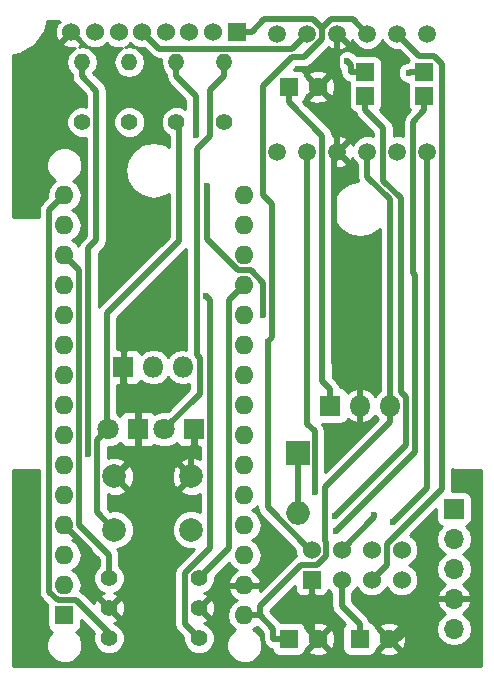
<source format=gbr>
G04 #@! TF.FileFunction,Copper,L1,Top,Signal*
%FSLAX46Y46*%
G04 Gerber Fmt 4.6, Leading zero omitted, Abs format (unit mm)*
G04 Created by KiCad (PCBNEW 4.0.7) date 07/08/18 15:45:41*
%MOMM*%
%LPD*%
G01*
G04 APERTURE LIST*
%ADD10C,0.100000*%
%ADD11R,1.600000X1.600000*%
%ADD12C,1.600000*%
%ADD13O,1.600000X1.600000*%
%ADD14R,2.000000X2.000000*%
%ADD15O,2.000000X2.000000*%
%ADD16R,1.800000X1.800000*%
%ADD17C,1.800000*%
%ADD18C,1.400000*%
%ADD19R,1.700000X1.700000*%
%ADD20O,1.700000X1.700000*%
%ADD21R,1.524000X1.524000*%
%ADD22O,1.400000X1.400000*%
%ADD23C,2.000000*%
%ADD24C,1.524000*%
%ADD25O,1.800000X1.800000*%
%ADD26C,1.500000*%
%ADD27C,0.600000*%
%ADD28C,0.500000*%
%ADD29C,0.254000*%
G04 APERTURE END LIST*
D10*
D11*
X141000000Y-79250000D03*
D12*
X143500000Y-79250000D03*
D11*
X141000000Y-126000000D03*
D12*
X143500000Y-126000000D03*
D11*
X147000000Y-126000000D03*
D12*
X149500000Y-126000000D03*
D11*
X122000000Y-124000000D03*
D13*
X137240000Y-90980000D03*
X122000000Y-121460000D03*
X137240000Y-93520000D03*
X122000000Y-118920000D03*
X137240000Y-96060000D03*
X122000000Y-116380000D03*
X137240000Y-98600000D03*
X122000000Y-113840000D03*
X137240000Y-101140000D03*
X122000000Y-111300000D03*
X137240000Y-103680000D03*
X122000000Y-108760000D03*
X137240000Y-106220000D03*
X122000000Y-106220000D03*
X137240000Y-108760000D03*
X122000000Y-103680000D03*
X137240000Y-111300000D03*
X122000000Y-101140000D03*
X137240000Y-113840000D03*
X122000000Y-98600000D03*
X137240000Y-116380000D03*
X122000000Y-96060000D03*
X137240000Y-118920000D03*
X122000000Y-93520000D03*
X137240000Y-121460000D03*
X122000000Y-90980000D03*
X137240000Y-124000000D03*
X122000000Y-88440000D03*
X137240000Y-88440000D03*
D14*
X141750000Y-110250000D03*
D15*
X141750000Y-115330000D03*
D16*
X133000000Y-108250000D03*
D17*
X130460000Y-108250000D03*
D16*
X128250000Y-108250000D03*
D17*
X125710000Y-108250000D03*
D18*
X125790000Y-125940000D03*
X133410000Y-125940000D03*
X125790000Y-123400000D03*
X133410000Y-123400000D03*
X125790000Y-120860000D03*
X133410000Y-120860000D03*
D19*
X155000000Y-115000000D03*
D20*
X155000000Y-117540000D03*
X155000000Y-120080000D03*
X155000000Y-122620000D03*
X155000000Y-125160000D03*
D21*
X152500000Y-78000000D03*
X152500000Y-80000000D03*
X147500000Y-78000000D03*
X147500000Y-80000000D03*
D18*
X123500000Y-82250000D03*
D22*
X123500000Y-77170000D03*
D18*
X127500000Y-82250000D03*
D22*
X127500000Y-77170000D03*
D18*
X131500000Y-82250000D03*
D22*
X131500000Y-77170000D03*
D18*
X135500000Y-82250000D03*
D22*
X135500000Y-77170000D03*
D23*
X126250000Y-116750000D03*
X126250000Y-112250000D03*
X132750000Y-116750000D03*
X132750000Y-112250000D03*
D21*
X136600000Y-74600000D03*
D24*
X134600000Y-74600000D03*
X132600000Y-74600000D03*
X130600000Y-74600000D03*
X128600000Y-74600000D03*
X126600000Y-74600000D03*
X124600000Y-74600000D03*
X122600000Y-74600000D03*
D16*
X144500000Y-106250000D03*
D25*
X147040000Y-106250000D03*
X149580000Y-106250000D03*
D16*
X127000000Y-103000000D03*
D25*
X129540000Y-103000000D03*
X132080000Y-103000000D03*
D26*
X140050000Y-84750000D03*
X140050000Y-74750000D03*
X142590000Y-84750000D03*
X142590000Y-74750000D03*
X145130000Y-84750000D03*
X145130000Y-74750000D03*
X147670000Y-84750000D03*
X147670000Y-74750000D03*
X150210000Y-84750000D03*
X150210000Y-74750000D03*
X152750000Y-84750000D03*
X152750000Y-74750000D03*
D21*
X142950000Y-121000000D03*
D24*
X142950000Y-118460000D03*
X145490000Y-121000000D03*
X145490000Y-118460000D03*
X148030000Y-121000000D03*
X148030000Y-118460000D03*
X150570000Y-121000000D03*
X150570000Y-118460000D03*
D27*
X139241600Y-100845500D03*
X144901500Y-115628500D03*
X144976300Y-116843600D03*
X149853800Y-116096200D03*
X124028800Y-110375400D03*
X151171400Y-78066600D03*
X143200300Y-113553000D03*
X148240900Y-115534700D03*
X133982100Y-96932800D03*
X133142100Y-83353800D03*
X134048500Y-87698700D03*
X138865500Y-98550500D03*
X145957700Y-77112800D03*
D28*
X141750000Y-115330000D02*
X141750000Y-110250000D01*
X143860000Y-83410000D02*
X141000000Y-80550000D01*
X143860000Y-104210000D02*
X143860000Y-83410000D01*
X144500000Y-104850000D02*
X143860000Y-104210000D01*
X144500000Y-106250000D02*
X144500000Y-104850000D01*
X141000000Y-79250000D02*
X141000000Y-80550000D01*
X133000000Y-108250000D02*
X133000000Y-109650000D01*
X128250000Y-105650000D02*
X127000000Y-104400000D01*
X128250000Y-108250000D02*
X128250000Y-105650000D01*
X127000000Y-103000000D02*
X127000000Y-104400000D01*
X128250000Y-108250000D02*
X128250000Y-109900000D01*
X128250000Y-110250000D02*
X126250000Y-112250000D01*
X128250000Y-109900000D02*
X128250000Y-110250000D01*
X142950000Y-125450000D02*
X143500000Y-126000000D01*
X142950000Y-121000000D02*
X142950000Y-125450000D01*
X145130000Y-80880000D02*
X145130000Y-84750000D01*
X143500000Y-79250000D02*
X145130000Y-80880000D01*
X144837000Y-102647000D02*
X147040000Y-104850000D01*
X144837000Y-85043000D02*
X144837000Y-102647000D01*
X145130000Y-84750000D02*
X144837000Y-85043000D01*
X147040000Y-106250000D02*
X147040000Y-104850000D01*
X124172400Y-121782400D02*
X125790000Y-123400000D01*
X124172400Y-118552400D02*
X124172400Y-121782400D01*
X122000000Y-116380000D02*
X124172400Y-118552400D01*
X132750000Y-109900000D02*
X132750000Y-112250000D01*
X128250000Y-109900000D02*
X132750000Y-109900000D01*
X132750000Y-109900000D02*
X133000000Y-109650000D01*
X145130000Y-77620000D02*
X143500000Y-79250000D01*
X145130000Y-74750000D02*
X145130000Y-77620000D01*
X150270000Y-126000000D02*
X153650000Y-122620000D01*
X149500000Y-126000000D02*
X150270000Y-126000000D01*
X155000000Y-122620000D02*
X153650000Y-122620000D01*
X149580000Y-106250000D02*
X149580000Y-107650000D01*
X137240000Y-124000000D02*
X138540000Y-124000000D01*
X139700000Y-125160000D02*
X139700000Y-126000000D01*
X138540000Y-124000000D02*
X139700000Y-125160000D01*
X141000000Y-126000000D02*
X139700000Y-126000000D01*
X138540000Y-123246000D02*
X138540000Y-124000000D01*
X142014100Y-119771900D02*
X138540000Y-123246000D01*
X143374200Y-119771900D02*
X142014100Y-119771900D01*
X144162400Y-118983700D02*
X143374200Y-119771900D01*
X144162400Y-117818900D02*
X144162400Y-118983700D01*
X144084600Y-117741100D02*
X144162400Y-117818900D01*
X144084600Y-113145400D02*
X144084600Y-117741100D01*
X149580000Y-107650000D02*
X144084600Y-113145400D01*
X149580000Y-88793000D02*
X149580000Y-106250000D01*
X147670000Y-86883000D02*
X149580000Y-88793000D01*
X147670000Y-84750000D02*
X147670000Y-86883000D01*
X145490000Y-123190000D02*
X147000000Y-124700000D01*
X145490000Y-121000000D02*
X145490000Y-123190000D01*
X147000000Y-126000000D02*
X147000000Y-124700000D01*
X136600000Y-74600000D02*
X137862000Y-74600000D01*
X139241600Y-114873700D02*
X139241600Y-100845500D01*
X142827900Y-118460000D02*
X139241600Y-114873700D01*
X142950000Y-118460000D02*
X142827900Y-118460000D01*
X146450000Y-73530000D02*
X147670000Y-74750000D01*
X144618700Y-73530000D02*
X146450000Y-73530000D01*
X143860000Y-74288700D02*
X144618700Y-73530000D01*
X139627700Y-100459400D02*
X139241600Y-100845500D01*
X139627700Y-89187800D02*
X139627700Y-100459400D01*
X138818600Y-88378700D02*
X139627700Y-89187800D01*
X138818600Y-79152100D02*
X138818600Y-88378700D01*
X141250700Y-76720000D02*
X138818600Y-79152100D01*
X142324200Y-76720000D02*
X141250700Y-76720000D01*
X143860000Y-75184200D02*
X142324200Y-76720000D01*
X143860000Y-74288700D02*
X143860000Y-75184200D01*
X143095300Y-73524000D02*
X143860000Y-74288700D01*
X138938000Y-73524000D02*
X143095300Y-73524000D01*
X137862000Y-74600000D02*
X138938000Y-73524000D01*
X147500000Y-80000000D02*
X147500000Y-81262000D01*
X149007500Y-82769500D02*
X147500000Y-81262000D01*
X149007500Y-87229900D02*
X149007500Y-82769500D01*
X150487400Y-88709800D02*
X149007500Y-87229900D01*
X150487400Y-105073000D02*
X150487400Y-88709800D01*
X150959300Y-105544900D02*
X150487400Y-105073000D01*
X150959300Y-109570700D02*
X150959300Y-105544900D01*
X144901500Y-115628500D02*
X150959300Y-109570700D01*
X152500000Y-80000000D02*
X152500000Y-81262000D01*
X151549600Y-82212400D02*
X152500000Y-81262000D01*
X151549600Y-95052200D02*
X151549600Y-82212400D01*
X151659600Y-95162200D02*
X151549600Y-95052200D01*
X151659600Y-110160300D02*
X151659600Y-95162200D01*
X144976300Y-116843600D02*
X151659600Y-110160300D01*
X135950400Y-97349600D02*
X137240000Y-96060000D01*
X135950400Y-118319600D02*
X135950400Y-97349600D01*
X133410000Y-120860000D02*
X135950400Y-118319600D01*
X152750000Y-113200000D02*
X149853800Y-116096200D01*
X152750000Y-84750000D02*
X152750000Y-113200000D01*
X124028800Y-92925300D02*
X124028800Y-110375400D01*
X124709900Y-92244200D02*
X124028800Y-92925300D01*
X124709900Y-79579900D02*
X124709900Y-92244200D01*
X123500000Y-78370000D02*
X124709900Y-79579900D01*
X123500000Y-77170000D02*
X123500000Y-78370000D01*
X152500000Y-78000000D02*
X151238000Y-78000000D01*
X151171400Y-78066600D02*
X151238000Y-78000000D01*
X143200300Y-108440600D02*
X143200300Y-113553000D01*
X142590000Y-107830300D02*
X143200300Y-108440600D01*
X142590000Y-84750000D02*
X142590000Y-107830300D01*
X148240900Y-115709100D02*
X148240900Y-115534700D01*
X145490000Y-118460000D02*
X148240900Y-115709100D01*
X123250500Y-94770500D02*
X122000000Y-93520000D01*
X123250500Y-116357100D02*
X123250500Y-94770500D01*
X125790000Y-118896600D02*
X123250500Y-116357100D01*
X125790000Y-120860000D02*
X125790000Y-118896600D01*
X134353800Y-97304500D02*
X133982100Y-96932800D01*
X134353800Y-118276800D02*
X134353800Y-97304500D01*
X132200000Y-120430600D02*
X134353800Y-118276800D01*
X132200000Y-124730000D02*
X132200000Y-120430600D01*
X133410000Y-125940000D02*
X132200000Y-124730000D01*
X120710400Y-89729600D02*
X122000000Y-88440000D01*
X120710400Y-122000900D02*
X120710400Y-89729600D01*
X121459100Y-122749600D02*
X120710400Y-122000900D01*
X123020100Y-122749600D02*
X121459100Y-122749600D01*
X125790000Y-125519500D02*
X123020100Y-122749600D01*
X125790000Y-125940000D02*
X125790000Y-125519500D01*
X133142100Y-80012100D02*
X133142100Y-83353800D01*
X131500000Y-78370000D02*
X133142100Y-80012100D01*
X131500000Y-77170000D02*
X131500000Y-78370000D01*
X135500000Y-77170000D02*
X135500000Y-78370000D01*
X133460200Y-105249800D02*
X130460000Y-108250000D01*
X133460200Y-102210300D02*
X133460200Y-105249800D01*
X133231800Y-101981900D02*
X133460200Y-102210300D01*
X133231800Y-84518200D02*
X133231800Y-101981900D01*
X134341500Y-83408500D02*
X133231800Y-84518200D01*
X134341500Y-79528500D02*
X134341500Y-83408500D01*
X135500000Y-78370000D02*
X134341500Y-79528500D01*
X134048500Y-92128700D02*
X134048500Y-87698700D01*
X136709800Y-94790000D02*
X134048500Y-92128700D01*
X137804400Y-94790000D02*
X136709800Y-94790000D01*
X138865500Y-95851100D02*
X137804400Y-94790000D01*
X138865500Y-98550500D02*
X138865500Y-95851100D01*
X147500000Y-78000000D02*
X146238000Y-78000000D01*
X146238000Y-77393100D02*
X146238000Y-78000000D01*
X145957700Y-77112800D02*
X146238000Y-77393100D01*
X130019600Y-76019600D02*
X128600000Y-74600000D01*
X141320400Y-76019600D02*
X130019600Y-76019600D01*
X142590000Y-74750000D02*
X141320400Y-76019600D01*
X152076700Y-76616700D02*
X150210000Y-74750000D01*
X153277600Y-76616700D02*
X152076700Y-76616700D01*
X153950400Y-77289500D02*
X153277600Y-76616700D01*
X153950400Y-113306100D02*
X153950400Y-77289500D01*
X149300000Y-117956500D02*
X153950400Y-113306100D01*
X149300000Y-119730000D02*
X149300000Y-117956500D01*
X148030000Y-121000000D02*
X149300000Y-119730000D01*
X131746500Y-82496500D02*
X131500000Y-82250000D01*
X131746500Y-92301100D02*
X131746500Y-82496500D01*
X125600100Y-98447500D02*
X131746500Y-92301100D01*
X125600100Y-108140100D02*
X125600100Y-98447500D01*
X125710000Y-108250000D02*
X125600100Y-108140100D01*
X124779200Y-109180800D02*
X125710000Y-108250000D01*
X124779200Y-115279200D02*
X124779200Y-109180800D01*
X126250000Y-116750000D02*
X124779200Y-115279200D01*
D29*
G36*
X132346800Y-101512088D02*
X132110072Y-101465000D01*
X132049928Y-101465000D01*
X131462509Y-101581845D01*
X130964519Y-101914591D01*
X130810000Y-102145845D01*
X130655481Y-101914591D01*
X130157491Y-101581845D01*
X129570072Y-101465000D01*
X129509928Y-101465000D01*
X128922509Y-101581845D01*
X128491878Y-101869583D01*
X128438327Y-101740301D01*
X128259698Y-101561673D01*
X128026309Y-101465000D01*
X127285750Y-101465000D01*
X127127000Y-101623750D01*
X127127000Y-102873000D01*
X127147000Y-102873000D01*
X127147000Y-103127000D01*
X127127000Y-103127000D01*
X127127000Y-104376250D01*
X127285750Y-104535000D01*
X128026309Y-104535000D01*
X128259698Y-104438327D01*
X128438327Y-104259699D01*
X128491878Y-104130417D01*
X128922509Y-104418155D01*
X129509928Y-104535000D01*
X129570072Y-104535000D01*
X130157491Y-104418155D01*
X130655481Y-104085409D01*
X130810000Y-103854155D01*
X130964519Y-104085409D01*
X131462509Y-104418155D01*
X132049928Y-104535000D01*
X132110072Y-104535000D01*
X132575200Y-104442480D01*
X132575200Y-104883221D01*
X130743174Y-106715247D01*
X130156009Y-106714735D01*
X129630073Y-106932047D01*
X129509698Y-106811673D01*
X129276309Y-106715000D01*
X128535750Y-106715000D01*
X128377000Y-106873750D01*
X128377000Y-108123000D01*
X128397000Y-108123000D01*
X128397000Y-108377000D01*
X128377000Y-108377000D01*
X128377000Y-109626250D01*
X128535750Y-109785000D01*
X129276309Y-109785000D01*
X129509698Y-109688327D01*
X129630423Y-109567603D01*
X130153330Y-109784733D01*
X130763991Y-109785265D01*
X131328371Y-109552068D01*
X131505841Y-109374908D01*
X131561673Y-109509699D01*
X131740302Y-109688327D01*
X131973691Y-109785000D01*
X132714250Y-109785000D01*
X132873000Y-109626250D01*
X132873000Y-108377000D01*
X132853000Y-108377000D01*
X132853000Y-108123000D01*
X132873000Y-108123000D01*
X132873000Y-108103000D01*
X133127000Y-108103000D01*
X133127000Y-108123000D01*
X133147000Y-108123000D01*
X133147000Y-108377000D01*
X133127000Y-108377000D01*
X133127000Y-109626250D01*
X133285750Y-109785000D01*
X133468800Y-109785000D01*
X133468800Y-110772856D01*
X133014539Y-110604092D01*
X132364540Y-110628144D01*
X131875736Y-110830613D01*
X131777073Y-111097468D01*
X132750000Y-112070395D01*
X132764143Y-112056253D01*
X132943748Y-112235858D01*
X132929605Y-112250000D01*
X132943748Y-112264143D01*
X132764143Y-112443748D01*
X132750000Y-112429605D01*
X131777073Y-113402532D01*
X131875736Y-113669387D01*
X132485461Y-113895908D01*
X133135460Y-113871856D01*
X133468800Y-113733782D01*
X133468800Y-115278119D01*
X133076648Y-115115284D01*
X132426205Y-115114716D01*
X131825057Y-115363106D01*
X131364722Y-115822637D01*
X131115284Y-116423352D01*
X131114716Y-117073795D01*
X131363106Y-117674943D01*
X131822637Y-118135278D01*
X132423352Y-118384716D01*
X132993807Y-118385214D01*
X131574210Y-119804810D01*
X131382367Y-120091925D01*
X131377777Y-120115000D01*
X131314999Y-120430600D01*
X131315000Y-120430605D01*
X131315000Y-124729995D01*
X131314999Y-124730000D01*
X131367166Y-124992255D01*
X131382367Y-125068675D01*
X131546427Y-125314210D01*
X131574210Y-125355790D01*
X132075072Y-125856652D01*
X132074769Y-126204383D01*
X132277582Y-126695229D01*
X132652796Y-127071098D01*
X133143287Y-127274768D01*
X133674383Y-127275231D01*
X134165229Y-127072418D01*
X134541098Y-126697204D01*
X134744768Y-126206713D01*
X134745231Y-125675617D01*
X134542418Y-125184771D01*
X134167204Y-124808902D01*
X133848788Y-124676684D01*
X134103831Y-124571042D01*
X134165669Y-124335275D01*
X133410000Y-123579605D01*
X133395858Y-123593748D01*
X133216253Y-123414143D01*
X133230395Y-123400000D01*
X133589605Y-123400000D01*
X134345275Y-124155669D01*
X134581042Y-124093831D01*
X134757419Y-123592878D01*
X134728664Y-123062560D01*
X134581042Y-122706169D01*
X134345275Y-122644331D01*
X133589605Y-123400000D01*
X133230395Y-123400000D01*
X133216253Y-123385858D01*
X133395858Y-123206253D01*
X133410000Y-123220395D01*
X134165669Y-122464725D01*
X134103831Y-122228958D01*
X133827889Y-122131804D01*
X134165229Y-121992418D01*
X134541098Y-121617204D01*
X134744768Y-121126713D01*
X134745073Y-120776506D01*
X135952734Y-119568845D01*
X136197189Y-119934698D01*
X136601703Y-120204986D01*
X136384866Y-120307611D01*
X136008959Y-120722577D01*
X135848096Y-121110961D01*
X135970085Y-121333000D01*
X137113000Y-121333000D01*
X137113000Y-121313000D01*
X137367000Y-121313000D01*
X137367000Y-121333000D01*
X138509915Y-121333000D01*
X138631904Y-121110961D01*
X138471041Y-120722577D01*
X138095134Y-120307611D01*
X137878297Y-120204986D01*
X138282811Y-119934698D01*
X138593880Y-119469151D01*
X138703113Y-118920000D01*
X138593880Y-118370849D01*
X138282811Y-117905302D01*
X137900725Y-117650000D01*
X138282811Y-117394698D01*
X138593880Y-116929151D01*
X138703113Y-116380000D01*
X138593880Y-115830849D01*
X138282811Y-115365302D01*
X137900725Y-115110000D01*
X138282811Y-114854698D01*
X138356600Y-114744265D01*
X138356600Y-114873695D01*
X138356599Y-114873700D01*
X138401526Y-115099557D01*
X138423967Y-115212375D01*
X138597508Y-115472099D01*
X138615810Y-115499490D01*
X141553020Y-118436699D01*
X141552758Y-118736661D01*
X141649757Y-118971418D01*
X141388310Y-119146110D01*
X141388308Y-119146113D01*
X138565813Y-121968607D01*
X138631904Y-121809039D01*
X138509915Y-121587000D01*
X137367000Y-121587000D01*
X137367000Y-121607000D01*
X137113000Y-121607000D01*
X137113000Y-121587000D01*
X135970085Y-121587000D01*
X135848096Y-121809039D01*
X136008959Y-122197423D01*
X136384866Y-122612389D01*
X136601703Y-122715014D01*
X136197189Y-122985302D01*
X135886120Y-123450849D01*
X135776887Y-124000000D01*
X135886120Y-124549151D01*
X136197189Y-125014698D01*
X136480283Y-125203856D01*
X136377285Y-125246414D01*
X135947921Y-125675029D01*
X135715265Y-126235328D01*
X135714735Y-126842011D01*
X135946414Y-127402715D01*
X136375029Y-127832079D01*
X136935328Y-128064735D01*
X137542011Y-128065265D01*
X138102715Y-127833586D01*
X138532079Y-127404971D01*
X138764735Y-126844672D01*
X138765265Y-126237989D01*
X138533586Y-125677285D01*
X138104971Y-125247921D01*
X137999385Y-125204078D01*
X138282811Y-125014698D01*
X138290945Y-125002525D01*
X138815000Y-125526579D01*
X138815000Y-126000000D01*
X138882367Y-126338675D01*
X139074210Y-126625790D01*
X139361325Y-126817633D01*
X139563443Y-126857837D01*
X139596838Y-127035317D01*
X139735910Y-127251441D01*
X139948110Y-127396431D01*
X140200000Y-127447440D01*
X141800000Y-127447440D01*
X142035317Y-127403162D01*
X142251441Y-127264090D01*
X142396431Y-127051890D01*
X142405370Y-127007745D01*
X142671861Y-127007745D01*
X142745995Y-127253864D01*
X143283223Y-127446965D01*
X143853454Y-127419778D01*
X144254005Y-127253864D01*
X144328139Y-127007745D01*
X143500000Y-126179605D01*
X142671861Y-127007745D01*
X142405370Y-127007745D01*
X142444646Y-126813799D01*
X142492255Y-126828139D01*
X143320395Y-126000000D01*
X143679605Y-126000000D01*
X144507745Y-126828139D01*
X144753864Y-126754005D01*
X144946965Y-126216777D01*
X144919778Y-125646546D01*
X144753864Y-125245995D01*
X144507745Y-125171861D01*
X143679605Y-126000000D01*
X143320395Y-126000000D01*
X142492255Y-125171861D01*
X142444833Y-125186145D01*
X142408351Y-124992255D01*
X142671861Y-124992255D01*
X143500000Y-125820395D01*
X144328139Y-124992255D01*
X144254005Y-124746136D01*
X143716777Y-124553035D01*
X143146546Y-124580222D01*
X142745995Y-124746136D01*
X142671861Y-124992255D01*
X142408351Y-124992255D01*
X142403162Y-124964683D01*
X142264090Y-124748559D01*
X142051890Y-124603569D01*
X141800000Y-124552560D01*
X140338051Y-124552560D01*
X140325790Y-124534210D01*
X140325787Y-124534208D01*
X139425000Y-123633420D01*
X139425000Y-123612580D01*
X141553000Y-121484579D01*
X141553000Y-121888310D01*
X141649673Y-122121699D01*
X141828302Y-122300327D01*
X142061691Y-122397000D01*
X142664250Y-122397000D01*
X142823000Y-122238250D01*
X142823000Y-121127000D01*
X142803000Y-121127000D01*
X142803000Y-120873000D01*
X142823000Y-120873000D01*
X142823000Y-120853000D01*
X143077000Y-120853000D01*
X143077000Y-120873000D01*
X143097000Y-120873000D01*
X143097000Y-121127000D01*
X143077000Y-121127000D01*
X143077000Y-122238250D01*
X143235750Y-122397000D01*
X143838309Y-122397000D01*
X144071698Y-122300327D01*
X144250327Y-122121699D01*
X144347000Y-121888310D01*
X144347000Y-121832386D01*
X144605000Y-122090837D01*
X144605000Y-123189995D01*
X144604999Y-123190000D01*
X144644171Y-123386924D01*
X144672367Y-123528675D01*
X144863682Y-123815000D01*
X144864210Y-123815790D01*
X145770325Y-124721904D01*
X145748559Y-124735910D01*
X145603569Y-124948110D01*
X145552560Y-125200000D01*
X145552560Y-126800000D01*
X145596838Y-127035317D01*
X145735910Y-127251441D01*
X145948110Y-127396431D01*
X146200000Y-127447440D01*
X147800000Y-127447440D01*
X148035317Y-127403162D01*
X148251441Y-127264090D01*
X148396431Y-127051890D01*
X148405370Y-127007745D01*
X148671861Y-127007745D01*
X148745995Y-127253864D01*
X149283223Y-127446965D01*
X149853454Y-127419778D01*
X150254005Y-127253864D01*
X150328139Y-127007745D01*
X149500000Y-126179605D01*
X148671861Y-127007745D01*
X148405370Y-127007745D01*
X148444646Y-126813799D01*
X148492255Y-126828139D01*
X149320395Y-126000000D01*
X149679605Y-126000000D01*
X150507745Y-126828139D01*
X150753864Y-126754005D01*
X150946965Y-126216777D01*
X150919778Y-125646546D01*
X150753864Y-125245995D01*
X150507745Y-125171861D01*
X149679605Y-126000000D01*
X149320395Y-126000000D01*
X148492255Y-125171861D01*
X148444833Y-125186145D01*
X148408351Y-124992255D01*
X148671861Y-124992255D01*
X149500000Y-125820395D01*
X150160394Y-125160000D01*
X153485907Y-125160000D01*
X153598946Y-125728285D01*
X153920853Y-126210054D01*
X154402622Y-126531961D01*
X154970907Y-126645000D01*
X155029093Y-126645000D01*
X155597378Y-126531961D01*
X156079147Y-126210054D01*
X156401054Y-125728285D01*
X156514093Y-125160000D01*
X156401054Y-124591715D01*
X156079147Y-124109946D01*
X155738447Y-123882298D01*
X155881358Y-123815183D01*
X156271645Y-123386924D01*
X156441476Y-122976890D01*
X156320155Y-122747000D01*
X155127000Y-122747000D01*
X155127000Y-122767000D01*
X154873000Y-122767000D01*
X154873000Y-122747000D01*
X153679845Y-122747000D01*
X153558524Y-122976890D01*
X153728355Y-123386924D01*
X154118642Y-123815183D01*
X154261553Y-123882298D01*
X153920853Y-124109946D01*
X153598946Y-124591715D01*
X153485907Y-125160000D01*
X150160394Y-125160000D01*
X150328139Y-124992255D01*
X150254005Y-124746136D01*
X149716777Y-124553035D01*
X149146546Y-124580222D01*
X148745995Y-124746136D01*
X148671861Y-124992255D01*
X148408351Y-124992255D01*
X148403162Y-124964683D01*
X148264090Y-124748559D01*
X148051890Y-124603569D01*
X147858009Y-124564307D01*
X147817633Y-124361325D01*
X147625790Y-124074210D01*
X147625787Y-124074208D01*
X146375000Y-122823420D01*
X146375000Y-122090478D01*
X146673629Y-121792370D01*
X146759949Y-121584488D01*
X146844990Y-121790303D01*
X147237630Y-122183629D01*
X147750900Y-122396757D01*
X148306661Y-122397242D01*
X148820303Y-122185010D01*
X149213629Y-121792370D01*
X149299949Y-121584488D01*
X149384990Y-121790303D01*
X149777630Y-122183629D01*
X150290900Y-122396757D01*
X150846661Y-122397242D01*
X151360303Y-122185010D01*
X151753629Y-121792370D01*
X151966757Y-121279100D01*
X151967242Y-120723339D01*
X151755010Y-120209697D01*
X151362370Y-119816371D01*
X151154488Y-119730051D01*
X151360303Y-119645010D01*
X151753629Y-119252370D01*
X151966757Y-118739100D01*
X151967242Y-118183339D01*
X151755010Y-117669697D01*
X151362370Y-117276371D01*
X151270045Y-117238034D01*
X153502560Y-115005519D01*
X153502560Y-115850000D01*
X153546838Y-116085317D01*
X153685910Y-116301441D01*
X153898110Y-116446431D01*
X153965541Y-116460086D01*
X153920853Y-116489946D01*
X153598946Y-116971715D01*
X153485907Y-117540000D01*
X153598946Y-118108285D01*
X153920853Y-118590054D01*
X154250026Y-118810000D01*
X153920853Y-119029946D01*
X153598946Y-119511715D01*
X153485907Y-120080000D01*
X153598946Y-120648285D01*
X153920853Y-121130054D01*
X154261553Y-121357702D01*
X154118642Y-121424817D01*
X153728355Y-121853076D01*
X153558524Y-122263110D01*
X153679845Y-122493000D01*
X154873000Y-122493000D01*
X154873000Y-122473000D01*
X155127000Y-122473000D01*
X155127000Y-122493000D01*
X156320155Y-122493000D01*
X156441476Y-122263110D01*
X156271645Y-121853076D01*
X155881358Y-121424817D01*
X155738447Y-121357702D01*
X156079147Y-121130054D01*
X156401054Y-120648285D01*
X156514093Y-120080000D01*
X156401054Y-119511715D01*
X156079147Y-119029946D01*
X155749974Y-118810000D01*
X156079147Y-118590054D01*
X156401054Y-118108285D01*
X156514093Y-117540000D01*
X156401054Y-116971715D01*
X156079147Y-116489946D01*
X156037548Y-116462150D01*
X156085317Y-116453162D01*
X156301441Y-116314090D01*
X156446431Y-116101890D01*
X156497440Y-115850000D01*
X156497440Y-114150000D01*
X156453162Y-113914683D01*
X156314090Y-113698559D01*
X156101890Y-113553569D01*
X155850000Y-113502560D01*
X154796322Y-113502560D01*
X154835401Y-113306100D01*
X154835400Y-113306095D01*
X154835400Y-111652259D01*
X155000000Y-111685000D01*
X157315000Y-111685000D01*
X157315000Y-128315000D01*
X117685000Y-128315000D01*
X117685000Y-111685000D01*
X119825400Y-111685000D01*
X119825400Y-122000895D01*
X119825399Y-122000900D01*
X119861747Y-122183629D01*
X119892767Y-122339575D01*
X120043390Y-122565000D01*
X120084610Y-122626690D01*
X120570303Y-123112382D01*
X120552560Y-123200000D01*
X120552560Y-124800000D01*
X120596838Y-125035317D01*
X120735910Y-125251441D01*
X120948110Y-125396431D01*
X120980446Y-125402979D01*
X120707921Y-125675029D01*
X120475265Y-126235328D01*
X120474735Y-126842011D01*
X120706414Y-127402715D01*
X121135029Y-127832079D01*
X121695328Y-128064735D01*
X122302011Y-128065265D01*
X122862715Y-127833586D01*
X123292079Y-127404971D01*
X123524735Y-126844672D01*
X123525265Y-126237989D01*
X123293586Y-125677285D01*
X123022373Y-125405598D01*
X123035317Y-125403162D01*
X123251441Y-125264090D01*
X123396431Y-125051890D01*
X123447440Y-124800000D01*
X123447440Y-124428520D01*
X124524762Y-125505841D01*
X124455232Y-125673287D01*
X124454769Y-126204383D01*
X124657582Y-126695229D01*
X125032796Y-127071098D01*
X125523287Y-127274768D01*
X126054383Y-127275231D01*
X126545229Y-127072418D01*
X126921098Y-126697204D01*
X127124768Y-126206713D01*
X127125231Y-125675617D01*
X126922418Y-125184771D01*
X126547204Y-124808902D01*
X126228788Y-124676684D01*
X126483831Y-124571042D01*
X126545669Y-124335275D01*
X125790000Y-123579605D01*
X125775858Y-123593748D01*
X125596253Y-123414143D01*
X125610395Y-123400000D01*
X125969605Y-123400000D01*
X126725275Y-124155669D01*
X126961042Y-124093831D01*
X127137419Y-123592878D01*
X127108664Y-123062560D01*
X126961042Y-122706169D01*
X126725275Y-122644331D01*
X125969605Y-123400000D01*
X125610395Y-123400000D01*
X124854725Y-122644331D01*
X124618958Y-122706169D01*
X124517217Y-122995137D01*
X123645890Y-122123810D01*
X123582323Y-122081336D01*
X123368006Y-121938135D01*
X123463113Y-121460000D01*
X123353880Y-120910849D01*
X123042811Y-120445302D01*
X122660725Y-120190000D01*
X123042811Y-119934698D01*
X123353880Y-119469151D01*
X123463113Y-118920000D01*
X123353880Y-118370849D01*
X123042811Y-117905302D01*
X122638297Y-117635014D01*
X122855134Y-117532389D01*
X123006792Y-117364972D01*
X124905000Y-119263179D01*
X124905000Y-119857127D01*
X124658902Y-120102796D01*
X124455232Y-120593287D01*
X124454769Y-121124383D01*
X124657582Y-121615229D01*
X125032796Y-121991098D01*
X125351212Y-122123316D01*
X125096169Y-122228958D01*
X125034331Y-122464725D01*
X125790000Y-123220395D01*
X126545669Y-122464725D01*
X126483831Y-122228958D01*
X126207889Y-122131804D01*
X126545229Y-121992418D01*
X126921098Y-121617204D01*
X127124768Y-121126713D01*
X127125231Y-120595617D01*
X126922418Y-120104771D01*
X126675000Y-119856921D01*
X126675000Y-118896600D01*
X126607633Y-118557925D01*
X126492231Y-118385213D01*
X126573795Y-118385284D01*
X127174943Y-118136894D01*
X127635278Y-117677363D01*
X127884716Y-117076648D01*
X127885284Y-116426205D01*
X127636894Y-115825057D01*
X127177363Y-115364722D01*
X126576648Y-115115284D01*
X125926205Y-115114716D01*
X125883812Y-115132232D01*
X125664200Y-114912620D01*
X125664200Y-113776555D01*
X125985461Y-113895908D01*
X126635460Y-113871856D01*
X127124264Y-113669387D01*
X127222927Y-113402532D01*
X126250000Y-112429605D01*
X126235858Y-112443748D01*
X126056253Y-112264143D01*
X126070395Y-112250000D01*
X126429605Y-112250000D01*
X127402532Y-113222927D01*
X127669387Y-113124264D01*
X127895908Y-112514539D01*
X127876331Y-111985461D01*
X131104092Y-111985461D01*
X131128144Y-112635460D01*
X131330613Y-113124264D01*
X131597468Y-113222927D01*
X132570395Y-112250000D01*
X131597468Y-111277073D01*
X131330613Y-111375736D01*
X131104092Y-111985461D01*
X127876331Y-111985461D01*
X127871856Y-111864540D01*
X127669387Y-111375736D01*
X127402532Y-111277073D01*
X126429605Y-112250000D01*
X126070395Y-112250000D01*
X126056253Y-112235858D01*
X126235858Y-112056253D01*
X126250000Y-112070395D01*
X127222927Y-111097468D01*
X127124264Y-110830613D01*
X126514539Y-110604092D01*
X125864540Y-110628144D01*
X125664200Y-110711127D01*
X125664200Y-109784960D01*
X126013991Y-109785265D01*
X126578371Y-109552068D01*
X126755841Y-109374908D01*
X126811673Y-109509699D01*
X126990302Y-109688327D01*
X127223691Y-109785000D01*
X127964250Y-109785000D01*
X128123000Y-109626250D01*
X128123000Y-108377000D01*
X128103000Y-108377000D01*
X128103000Y-108123000D01*
X128123000Y-108123000D01*
X128123000Y-106873750D01*
X127964250Y-106715000D01*
X127223691Y-106715000D01*
X126990302Y-106811673D01*
X126811673Y-106990301D01*
X126755881Y-107124994D01*
X126580643Y-106949449D01*
X126485100Y-106909776D01*
X126485100Y-104535000D01*
X126714250Y-104535000D01*
X126873000Y-104376250D01*
X126873000Y-103127000D01*
X126853000Y-103127000D01*
X126853000Y-102873000D01*
X126873000Y-102873000D01*
X126873000Y-101623750D01*
X126714250Y-101465000D01*
X126485100Y-101465000D01*
X126485100Y-98814080D01*
X132346800Y-92952379D01*
X132346800Y-101512088D01*
X132346800Y-101512088D01*
G37*
X132346800Y-101512088D02*
X132110072Y-101465000D01*
X132049928Y-101465000D01*
X131462509Y-101581845D01*
X130964519Y-101914591D01*
X130810000Y-102145845D01*
X130655481Y-101914591D01*
X130157491Y-101581845D01*
X129570072Y-101465000D01*
X129509928Y-101465000D01*
X128922509Y-101581845D01*
X128491878Y-101869583D01*
X128438327Y-101740301D01*
X128259698Y-101561673D01*
X128026309Y-101465000D01*
X127285750Y-101465000D01*
X127127000Y-101623750D01*
X127127000Y-102873000D01*
X127147000Y-102873000D01*
X127147000Y-103127000D01*
X127127000Y-103127000D01*
X127127000Y-104376250D01*
X127285750Y-104535000D01*
X128026309Y-104535000D01*
X128259698Y-104438327D01*
X128438327Y-104259699D01*
X128491878Y-104130417D01*
X128922509Y-104418155D01*
X129509928Y-104535000D01*
X129570072Y-104535000D01*
X130157491Y-104418155D01*
X130655481Y-104085409D01*
X130810000Y-103854155D01*
X130964519Y-104085409D01*
X131462509Y-104418155D01*
X132049928Y-104535000D01*
X132110072Y-104535000D01*
X132575200Y-104442480D01*
X132575200Y-104883221D01*
X130743174Y-106715247D01*
X130156009Y-106714735D01*
X129630073Y-106932047D01*
X129509698Y-106811673D01*
X129276309Y-106715000D01*
X128535750Y-106715000D01*
X128377000Y-106873750D01*
X128377000Y-108123000D01*
X128397000Y-108123000D01*
X128397000Y-108377000D01*
X128377000Y-108377000D01*
X128377000Y-109626250D01*
X128535750Y-109785000D01*
X129276309Y-109785000D01*
X129509698Y-109688327D01*
X129630423Y-109567603D01*
X130153330Y-109784733D01*
X130763991Y-109785265D01*
X131328371Y-109552068D01*
X131505841Y-109374908D01*
X131561673Y-109509699D01*
X131740302Y-109688327D01*
X131973691Y-109785000D01*
X132714250Y-109785000D01*
X132873000Y-109626250D01*
X132873000Y-108377000D01*
X132853000Y-108377000D01*
X132853000Y-108123000D01*
X132873000Y-108123000D01*
X132873000Y-108103000D01*
X133127000Y-108103000D01*
X133127000Y-108123000D01*
X133147000Y-108123000D01*
X133147000Y-108377000D01*
X133127000Y-108377000D01*
X133127000Y-109626250D01*
X133285750Y-109785000D01*
X133468800Y-109785000D01*
X133468800Y-110772856D01*
X133014539Y-110604092D01*
X132364540Y-110628144D01*
X131875736Y-110830613D01*
X131777073Y-111097468D01*
X132750000Y-112070395D01*
X132764143Y-112056253D01*
X132943748Y-112235858D01*
X132929605Y-112250000D01*
X132943748Y-112264143D01*
X132764143Y-112443748D01*
X132750000Y-112429605D01*
X131777073Y-113402532D01*
X131875736Y-113669387D01*
X132485461Y-113895908D01*
X133135460Y-113871856D01*
X133468800Y-113733782D01*
X133468800Y-115278119D01*
X133076648Y-115115284D01*
X132426205Y-115114716D01*
X131825057Y-115363106D01*
X131364722Y-115822637D01*
X131115284Y-116423352D01*
X131114716Y-117073795D01*
X131363106Y-117674943D01*
X131822637Y-118135278D01*
X132423352Y-118384716D01*
X132993807Y-118385214D01*
X131574210Y-119804810D01*
X131382367Y-120091925D01*
X131377777Y-120115000D01*
X131314999Y-120430600D01*
X131315000Y-120430605D01*
X131315000Y-124729995D01*
X131314999Y-124730000D01*
X131367166Y-124992255D01*
X131382367Y-125068675D01*
X131546427Y-125314210D01*
X131574210Y-125355790D01*
X132075072Y-125856652D01*
X132074769Y-126204383D01*
X132277582Y-126695229D01*
X132652796Y-127071098D01*
X133143287Y-127274768D01*
X133674383Y-127275231D01*
X134165229Y-127072418D01*
X134541098Y-126697204D01*
X134744768Y-126206713D01*
X134745231Y-125675617D01*
X134542418Y-125184771D01*
X134167204Y-124808902D01*
X133848788Y-124676684D01*
X134103831Y-124571042D01*
X134165669Y-124335275D01*
X133410000Y-123579605D01*
X133395858Y-123593748D01*
X133216253Y-123414143D01*
X133230395Y-123400000D01*
X133589605Y-123400000D01*
X134345275Y-124155669D01*
X134581042Y-124093831D01*
X134757419Y-123592878D01*
X134728664Y-123062560D01*
X134581042Y-122706169D01*
X134345275Y-122644331D01*
X133589605Y-123400000D01*
X133230395Y-123400000D01*
X133216253Y-123385858D01*
X133395858Y-123206253D01*
X133410000Y-123220395D01*
X134165669Y-122464725D01*
X134103831Y-122228958D01*
X133827889Y-122131804D01*
X134165229Y-121992418D01*
X134541098Y-121617204D01*
X134744768Y-121126713D01*
X134745073Y-120776506D01*
X135952734Y-119568845D01*
X136197189Y-119934698D01*
X136601703Y-120204986D01*
X136384866Y-120307611D01*
X136008959Y-120722577D01*
X135848096Y-121110961D01*
X135970085Y-121333000D01*
X137113000Y-121333000D01*
X137113000Y-121313000D01*
X137367000Y-121313000D01*
X137367000Y-121333000D01*
X138509915Y-121333000D01*
X138631904Y-121110961D01*
X138471041Y-120722577D01*
X138095134Y-120307611D01*
X137878297Y-120204986D01*
X138282811Y-119934698D01*
X138593880Y-119469151D01*
X138703113Y-118920000D01*
X138593880Y-118370849D01*
X138282811Y-117905302D01*
X137900725Y-117650000D01*
X138282811Y-117394698D01*
X138593880Y-116929151D01*
X138703113Y-116380000D01*
X138593880Y-115830849D01*
X138282811Y-115365302D01*
X137900725Y-115110000D01*
X138282811Y-114854698D01*
X138356600Y-114744265D01*
X138356600Y-114873695D01*
X138356599Y-114873700D01*
X138401526Y-115099557D01*
X138423967Y-115212375D01*
X138597508Y-115472099D01*
X138615810Y-115499490D01*
X141553020Y-118436699D01*
X141552758Y-118736661D01*
X141649757Y-118971418D01*
X141388310Y-119146110D01*
X141388308Y-119146113D01*
X138565813Y-121968607D01*
X138631904Y-121809039D01*
X138509915Y-121587000D01*
X137367000Y-121587000D01*
X137367000Y-121607000D01*
X137113000Y-121607000D01*
X137113000Y-121587000D01*
X135970085Y-121587000D01*
X135848096Y-121809039D01*
X136008959Y-122197423D01*
X136384866Y-122612389D01*
X136601703Y-122715014D01*
X136197189Y-122985302D01*
X135886120Y-123450849D01*
X135776887Y-124000000D01*
X135886120Y-124549151D01*
X136197189Y-125014698D01*
X136480283Y-125203856D01*
X136377285Y-125246414D01*
X135947921Y-125675029D01*
X135715265Y-126235328D01*
X135714735Y-126842011D01*
X135946414Y-127402715D01*
X136375029Y-127832079D01*
X136935328Y-128064735D01*
X137542011Y-128065265D01*
X138102715Y-127833586D01*
X138532079Y-127404971D01*
X138764735Y-126844672D01*
X138765265Y-126237989D01*
X138533586Y-125677285D01*
X138104971Y-125247921D01*
X137999385Y-125204078D01*
X138282811Y-125014698D01*
X138290945Y-125002525D01*
X138815000Y-125526579D01*
X138815000Y-126000000D01*
X138882367Y-126338675D01*
X139074210Y-126625790D01*
X139361325Y-126817633D01*
X139563443Y-126857837D01*
X139596838Y-127035317D01*
X139735910Y-127251441D01*
X139948110Y-127396431D01*
X140200000Y-127447440D01*
X141800000Y-127447440D01*
X142035317Y-127403162D01*
X142251441Y-127264090D01*
X142396431Y-127051890D01*
X142405370Y-127007745D01*
X142671861Y-127007745D01*
X142745995Y-127253864D01*
X143283223Y-127446965D01*
X143853454Y-127419778D01*
X144254005Y-127253864D01*
X144328139Y-127007745D01*
X143500000Y-126179605D01*
X142671861Y-127007745D01*
X142405370Y-127007745D01*
X142444646Y-126813799D01*
X142492255Y-126828139D01*
X143320395Y-126000000D01*
X143679605Y-126000000D01*
X144507745Y-126828139D01*
X144753864Y-126754005D01*
X144946965Y-126216777D01*
X144919778Y-125646546D01*
X144753864Y-125245995D01*
X144507745Y-125171861D01*
X143679605Y-126000000D01*
X143320395Y-126000000D01*
X142492255Y-125171861D01*
X142444833Y-125186145D01*
X142408351Y-124992255D01*
X142671861Y-124992255D01*
X143500000Y-125820395D01*
X144328139Y-124992255D01*
X144254005Y-124746136D01*
X143716777Y-124553035D01*
X143146546Y-124580222D01*
X142745995Y-124746136D01*
X142671861Y-124992255D01*
X142408351Y-124992255D01*
X142403162Y-124964683D01*
X142264090Y-124748559D01*
X142051890Y-124603569D01*
X141800000Y-124552560D01*
X140338051Y-124552560D01*
X140325790Y-124534210D01*
X140325787Y-124534208D01*
X139425000Y-123633420D01*
X139425000Y-123612580D01*
X141553000Y-121484579D01*
X141553000Y-121888310D01*
X141649673Y-122121699D01*
X141828302Y-122300327D01*
X142061691Y-122397000D01*
X142664250Y-122397000D01*
X142823000Y-122238250D01*
X142823000Y-121127000D01*
X142803000Y-121127000D01*
X142803000Y-120873000D01*
X142823000Y-120873000D01*
X142823000Y-120853000D01*
X143077000Y-120853000D01*
X143077000Y-120873000D01*
X143097000Y-120873000D01*
X143097000Y-121127000D01*
X143077000Y-121127000D01*
X143077000Y-122238250D01*
X143235750Y-122397000D01*
X143838309Y-122397000D01*
X144071698Y-122300327D01*
X144250327Y-122121699D01*
X144347000Y-121888310D01*
X144347000Y-121832386D01*
X144605000Y-122090837D01*
X144605000Y-123189995D01*
X144604999Y-123190000D01*
X144644171Y-123386924D01*
X144672367Y-123528675D01*
X144863682Y-123815000D01*
X144864210Y-123815790D01*
X145770325Y-124721904D01*
X145748559Y-124735910D01*
X145603569Y-124948110D01*
X145552560Y-125200000D01*
X145552560Y-126800000D01*
X145596838Y-127035317D01*
X145735910Y-127251441D01*
X145948110Y-127396431D01*
X146200000Y-127447440D01*
X147800000Y-127447440D01*
X148035317Y-127403162D01*
X148251441Y-127264090D01*
X148396431Y-127051890D01*
X148405370Y-127007745D01*
X148671861Y-127007745D01*
X148745995Y-127253864D01*
X149283223Y-127446965D01*
X149853454Y-127419778D01*
X150254005Y-127253864D01*
X150328139Y-127007745D01*
X149500000Y-126179605D01*
X148671861Y-127007745D01*
X148405370Y-127007745D01*
X148444646Y-126813799D01*
X148492255Y-126828139D01*
X149320395Y-126000000D01*
X149679605Y-126000000D01*
X150507745Y-126828139D01*
X150753864Y-126754005D01*
X150946965Y-126216777D01*
X150919778Y-125646546D01*
X150753864Y-125245995D01*
X150507745Y-125171861D01*
X149679605Y-126000000D01*
X149320395Y-126000000D01*
X148492255Y-125171861D01*
X148444833Y-125186145D01*
X148408351Y-124992255D01*
X148671861Y-124992255D01*
X149500000Y-125820395D01*
X150160394Y-125160000D01*
X153485907Y-125160000D01*
X153598946Y-125728285D01*
X153920853Y-126210054D01*
X154402622Y-126531961D01*
X154970907Y-126645000D01*
X155029093Y-126645000D01*
X155597378Y-126531961D01*
X156079147Y-126210054D01*
X156401054Y-125728285D01*
X156514093Y-125160000D01*
X156401054Y-124591715D01*
X156079147Y-124109946D01*
X155738447Y-123882298D01*
X155881358Y-123815183D01*
X156271645Y-123386924D01*
X156441476Y-122976890D01*
X156320155Y-122747000D01*
X155127000Y-122747000D01*
X155127000Y-122767000D01*
X154873000Y-122767000D01*
X154873000Y-122747000D01*
X153679845Y-122747000D01*
X153558524Y-122976890D01*
X153728355Y-123386924D01*
X154118642Y-123815183D01*
X154261553Y-123882298D01*
X153920853Y-124109946D01*
X153598946Y-124591715D01*
X153485907Y-125160000D01*
X150160394Y-125160000D01*
X150328139Y-124992255D01*
X150254005Y-124746136D01*
X149716777Y-124553035D01*
X149146546Y-124580222D01*
X148745995Y-124746136D01*
X148671861Y-124992255D01*
X148408351Y-124992255D01*
X148403162Y-124964683D01*
X148264090Y-124748559D01*
X148051890Y-124603569D01*
X147858009Y-124564307D01*
X147817633Y-124361325D01*
X147625790Y-124074210D01*
X147625787Y-124074208D01*
X146375000Y-122823420D01*
X146375000Y-122090478D01*
X146673629Y-121792370D01*
X146759949Y-121584488D01*
X146844990Y-121790303D01*
X147237630Y-122183629D01*
X147750900Y-122396757D01*
X148306661Y-122397242D01*
X148820303Y-122185010D01*
X149213629Y-121792370D01*
X149299949Y-121584488D01*
X149384990Y-121790303D01*
X149777630Y-122183629D01*
X150290900Y-122396757D01*
X150846661Y-122397242D01*
X151360303Y-122185010D01*
X151753629Y-121792370D01*
X151966757Y-121279100D01*
X151967242Y-120723339D01*
X151755010Y-120209697D01*
X151362370Y-119816371D01*
X151154488Y-119730051D01*
X151360303Y-119645010D01*
X151753629Y-119252370D01*
X151966757Y-118739100D01*
X151967242Y-118183339D01*
X151755010Y-117669697D01*
X151362370Y-117276371D01*
X151270045Y-117238034D01*
X153502560Y-115005519D01*
X153502560Y-115850000D01*
X153546838Y-116085317D01*
X153685910Y-116301441D01*
X153898110Y-116446431D01*
X153965541Y-116460086D01*
X153920853Y-116489946D01*
X153598946Y-116971715D01*
X153485907Y-117540000D01*
X153598946Y-118108285D01*
X153920853Y-118590054D01*
X154250026Y-118810000D01*
X153920853Y-119029946D01*
X153598946Y-119511715D01*
X153485907Y-120080000D01*
X153598946Y-120648285D01*
X153920853Y-121130054D01*
X154261553Y-121357702D01*
X154118642Y-121424817D01*
X153728355Y-121853076D01*
X153558524Y-122263110D01*
X153679845Y-122493000D01*
X154873000Y-122493000D01*
X154873000Y-122473000D01*
X155127000Y-122473000D01*
X155127000Y-122493000D01*
X156320155Y-122493000D01*
X156441476Y-122263110D01*
X156271645Y-121853076D01*
X155881358Y-121424817D01*
X155738447Y-121357702D01*
X156079147Y-121130054D01*
X156401054Y-120648285D01*
X156514093Y-120080000D01*
X156401054Y-119511715D01*
X156079147Y-119029946D01*
X155749974Y-118810000D01*
X156079147Y-118590054D01*
X156401054Y-118108285D01*
X156514093Y-117540000D01*
X156401054Y-116971715D01*
X156079147Y-116489946D01*
X156037548Y-116462150D01*
X156085317Y-116453162D01*
X156301441Y-116314090D01*
X156446431Y-116101890D01*
X156497440Y-115850000D01*
X156497440Y-114150000D01*
X156453162Y-113914683D01*
X156314090Y-113698559D01*
X156101890Y-113553569D01*
X155850000Y-113502560D01*
X154796322Y-113502560D01*
X154835401Y-113306100D01*
X154835400Y-113306095D01*
X154835400Y-111652259D01*
X155000000Y-111685000D01*
X157315000Y-111685000D01*
X157315000Y-128315000D01*
X117685000Y-128315000D01*
X117685000Y-111685000D01*
X119825400Y-111685000D01*
X119825400Y-122000895D01*
X119825399Y-122000900D01*
X119861747Y-122183629D01*
X119892767Y-122339575D01*
X120043390Y-122565000D01*
X120084610Y-122626690D01*
X120570303Y-123112382D01*
X120552560Y-123200000D01*
X120552560Y-124800000D01*
X120596838Y-125035317D01*
X120735910Y-125251441D01*
X120948110Y-125396431D01*
X120980446Y-125402979D01*
X120707921Y-125675029D01*
X120475265Y-126235328D01*
X120474735Y-126842011D01*
X120706414Y-127402715D01*
X121135029Y-127832079D01*
X121695328Y-128064735D01*
X122302011Y-128065265D01*
X122862715Y-127833586D01*
X123292079Y-127404971D01*
X123524735Y-126844672D01*
X123525265Y-126237989D01*
X123293586Y-125677285D01*
X123022373Y-125405598D01*
X123035317Y-125403162D01*
X123251441Y-125264090D01*
X123396431Y-125051890D01*
X123447440Y-124800000D01*
X123447440Y-124428520D01*
X124524762Y-125505841D01*
X124455232Y-125673287D01*
X124454769Y-126204383D01*
X124657582Y-126695229D01*
X125032796Y-127071098D01*
X125523287Y-127274768D01*
X126054383Y-127275231D01*
X126545229Y-127072418D01*
X126921098Y-126697204D01*
X127124768Y-126206713D01*
X127125231Y-125675617D01*
X126922418Y-125184771D01*
X126547204Y-124808902D01*
X126228788Y-124676684D01*
X126483831Y-124571042D01*
X126545669Y-124335275D01*
X125790000Y-123579605D01*
X125775858Y-123593748D01*
X125596253Y-123414143D01*
X125610395Y-123400000D01*
X125969605Y-123400000D01*
X126725275Y-124155669D01*
X126961042Y-124093831D01*
X127137419Y-123592878D01*
X127108664Y-123062560D01*
X126961042Y-122706169D01*
X126725275Y-122644331D01*
X125969605Y-123400000D01*
X125610395Y-123400000D01*
X124854725Y-122644331D01*
X124618958Y-122706169D01*
X124517217Y-122995137D01*
X123645890Y-122123810D01*
X123582323Y-122081336D01*
X123368006Y-121938135D01*
X123463113Y-121460000D01*
X123353880Y-120910849D01*
X123042811Y-120445302D01*
X122660725Y-120190000D01*
X123042811Y-119934698D01*
X123353880Y-119469151D01*
X123463113Y-118920000D01*
X123353880Y-118370849D01*
X123042811Y-117905302D01*
X122638297Y-117635014D01*
X122855134Y-117532389D01*
X123006792Y-117364972D01*
X124905000Y-119263179D01*
X124905000Y-119857127D01*
X124658902Y-120102796D01*
X124455232Y-120593287D01*
X124454769Y-121124383D01*
X124657582Y-121615229D01*
X125032796Y-121991098D01*
X125351212Y-122123316D01*
X125096169Y-122228958D01*
X125034331Y-122464725D01*
X125790000Y-123220395D01*
X126545669Y-122464725D01*
X126483831Y-122228958D01*
X126207889Y-122131804D01*
X126545229Y-121992418D01*
X126921098Y-121617204D01*
X127124768Y-121126713D01*
X127125231Y-120595617D01*
X126922418Y-120104771D01*
X126675000Y-119856921D01*
X126675000Y-118896600D01*
X126607633Y-118557925D01*
X126492231Y-118385213D01*
X126573795Y-118385284D01*
X127174943Y-118136894D01*
X127635278Y-117677363D01*
X127884716Y-117076648D01*
X127885284Y-116426205D01*
X127636894Y-115825057D01*
X127177363Y-115364722D01*
X126576648Y-115115284D01*
X125926205Y-115114716D01*
X125883812Y-115132232D01*
X125664200Y-114912620D01*
X125664200Y-113776555D01*
X125985461Y-113895908D01*
X126635460Y-113871856D01*
X127124264Y-113669387D01*
X127222927Y-113402532D01*
X126250000Y-112429605D01*
X126235858Y-112443748D01*
X126056253Y-112264143D01*
X126070395Y-112250000D01*
X126429605Y-112250000D01*
X127402532Y-113222927D01*
X127669387Y-113124264D01*
X127895908Y-112514539D01*
X127876331Y-111985461D01*
X131104092Y-111985461D01*
X131128144Y-112635460D01*
X131330613Y-113124264D01*
X131597468Y-113222927D01*
X132570395Y-112250000D01*
X131597468Y-111277073D01*
X131330613Y-111375736D01*
X131104092Y-111985461D01*
X127876331Y-111985461D01*
X127871856Y-111864540D01*
X127669387Y-111375736D01*
X127402532Y-111277073D01*
X126429605Y-112250000D01*
X126070395Y-112250000D01*
X126056253Y-112235858D01*
X126235858Y-112056253D01*
X126250000Y-112070395D01*
X127222927Y-111097468D01*
X127124264Y-110830613D01*
X126514539Y-110604092D01*
X125864540Y-110628144D01*
X125664200Y-110711127D01*
X125664200Y-109784960D01*
X126013991Y-109785265D01*
X126578371Y-109552068D01*
X126755841Y-109374908D01*
X126811673Y-109509699D01*
X126990302Y-109688327D01*
X127223691Y-109785000D01*
X127964250Y-109785000D01*
X128123000Y-109626250D01*
X128123000Y-108377000D01*
X128103000Y-108377000D01*
X128103000Y-108123000D01*
X128123000Y-108123000D01*
X128123000Y-106873750D01*
X127964250Y-106715000D01*
X127223691Y-106715000D01*
X126990302Y-106811673D01*
X126811673Y-106990301D01*
X126755881Y-107124994D01*
X126580643Y-106949449D01*
X126485100Y-106909776D01*
X126485100Y-104535000D01*
X126714250Y-104535000D01*
X126873000Y-104376250D01*
X126873000Y-103127000D01*
X126853000Y-103127000D01*
X126853000Y-102873000D01*
X126873000Y-102873000D01*
X126873000Y-101623750D01*
X126714250Y-101465000D01*
X126485100Y-101465000D01*
X126485100Y-98814080D01*
X132346800Y-92952379D01*
X132346800Y-101512088D01*
G36*
X122127000Y-116253000D02*
X122147000Y-116253000D01*
X122147000Y-116507000D01*
X122127000Y-116507000D01*
X122127000Y-116527000D01*
X121873000Y-116527000D01*
X121873000Y-116507000D01*
X121853000Y-116507000D01*
X121853000Y-116253000D01*
X121873000Y-116253000D01*
X121873000Y-116233000D01*
X122127000Y-116233000D01*
X122127000Y-116253000D01*
X122127000Y-116253000D01*
G37*
X122127000Y-116253000D02*
X122147000Y-116253000D01*
X122147000Y-116507000D01*
X122127000Y-116507000D01*
X122127000Y-116527000D01*
X121873000Y-116527000D01*
X121873000Y-116507000D01*
X121853000Y-116507000D01*
X121853000Y-116253000D01*
X121873000Y-116253000D01*
X121873000Y-116233000D01*
X122127000Y-116233000D01*
X122127000Y-116253000D01*
G36*
X144789822Y-90502700D02*
X145306825Y-91276450D01*
X146080575Y-91793453D01*
X146993275Y-91975000D01*
X147086725Y-91975000D01*
X147999425Y-91793453D01*
X148695000Y-91328685D01*
X148695000Y-105010589D01*
X148464519Y-105164591D01*
X148305499Y-105402582D01*
X147947576Y-105012034D01*
X147404742Y-104758954D01*
X147167000Y-104879003D01*
X147167000Y-106123000D01*
X147187000Y-106123000D01*
X147187000Y-106377000D01*
X147167000Y-106377000D01*
X147167000Y-107620997D01*
X147404742Y-107741046D01*
X147947576Y-107487966D01*
X148305499Y-107097418D01*
X148464519Y-107335409D01*
X148571518Y-107406903D01*
X144085300Y-111893120D01*
X144085300Y-108440605D01*
X144085301Y-108440600D01*
X144017934Y-108101926D01*
X143911964Y-107943330D01*
X143826090Y-107814810D01*
X143826087Y-107814808D01*
X143808719Y-107797440D01*
X145400000Y-107797440D01*
X145635317Y-107753162D01*
X145851441Y-107614090D01*
X145996431Y-107401890D01*
X146006766Y-107350854D01*
X146132424Y-107487966D01*
X146675258Y-107741046D01*
X146913000Y-107620997D01*
X146913000Y-106377000D01*
X146893000Y-106377000D01*
X146893000Y-106123000D01*
X146913000Y-106123000D01*
X146913000Y-104879003D01*
X146675258Y-104758954D01*
X146132424Y-105012034D01*
X146009156Y-105146538D01*
X146003162Y-105114683D01*
X145864090Y-104898559D01*
X145651890Y-104753569D01*
X145400000Y-104702560D01*
X145355673Y-104702560D01*
X145317633Y-104511326D01*
X145317633Y-104511325D01*
X145125790Y-104224210D01*
X145125787Y-104224208D01*
X144745000Y-103843420D01*
X144745000Y-90277364D01*
X144789822Y-90502700D01*
X144789822Y-90502700D01*
G37*
X144789822Y-90502700D02*
X145306825Y-91276450D01*
X146080575Y-91793453D01*
X146993275Y-91975000D01*
X147086725Y-91975000D01*
X147999425Y-91793453D01*
X148695000Y-91328685D01*
X148695000Y-105010589D01*
X148464519Y-105164591D01*
X148305499Y-105402582D01*
X147947576Y-105012034D01*
X147404742Y-104758954D01*
X147167000Y-104879003D01*
X147167000Y-106123000D01*
X147187000Y-106123000D01*
X147187000Y-106377000D01*
X147167000Y-106377000D01*
X147167000Y-107620997D01*
X147404742Y-107741046D01*
X147947576Y-107487966D01*
X148305499Y-107097418D01*
X148464519Y-107335409D01*
X148571518Y-107406903D01*
X144085300Y-111893120D01*
X144085300Y-108440605D01*
X144085301Y-108440600D01*
X144017934Y-108101926D01*
X143911964Y-107943330D01*
X143826090Y-107814810D01*
X143826087Y-107814808D01*
X143808719Y-107797440D01*
X145400000Y-107797440D01*
X145635317Y-107753162D01*
X145851441Y-107614090D01*
X145996431Y-107401890D01*
X146006766Y-107350854D01*
X146132424Y-107487966D01*
X146675258Y-107741046D01*
X146913000Y-107620997D01*
X146913000Y-106377000D01*
X146893000Y-106377000D01*
X146893000Y-106123000D01*
X146913000Y-106123000D01*
X146913000Y-104879003D01*
X146675258Y-104758954D01*
X146132424Y-105012034D01*
X146009156Y-105146538D01*
X146003162Y-105114683D01*
X145864090Y-104898559D01*
X145651890Y-104753569D01*
X145400000Y-104702560D01*
X145355673Y-104702560D01*
X145317633Y-104511326D01*
X145317633Y-104511325D01*
X145125790Y-104224210D01*
X145125787Y-104224208D01*
X144745000Y-103843420D01*
X144745000Y-90277364D01*
X144789822Y-90502700D01*
G36*
X121619785Y-73799393D02*
X121377603Y-73868857D01*
X121190856Y-74392302D01*
X121218638Y-74947368D01*
X121377603Y-75331143D01*
X121619787Y-75400608D01*
X122420395Y-74600000D01*
X122406253Y-74585858D01*
X122585858Y-74406253D01*
X122600000Y-74420395D01*
X122614143Y-74406253D01*
X122793748Y-74585858D01*
X122779605Y-74600000D01*
X123305907Y-75126302D01*
X123414990Y-75390303D01*
X123807630Y-75783629D01*
X124320900Y-75996757D01*
X124876661Y-75997242D01*
X125390303Y-75785010D01*
X125600021Y-75575658D01*
X125807630Y-75783629D01*
X126320900Y-75996757D01*
X126859272Y-75997227D01*
X126556012Y-76199858D01*
X126266621Y-76632964D01*
X126165000Y-77143846D01*
X126165000Y-77196154D01*
X126266621Y-77707036D01*
X126556012Y-78140142D01*
X126989118Y-78429533D01*
X127500000Y-78531154D01*
X128010882Y-78429533D01*
X128443988Y-78140142D01*
X128733379Y-77707036D01*
X128835000Y-77196154D01*
X128835000Y-77143846D01*
X128733379Y-76632964D01*
X128443988Y-76199858D01*
X128010882Y-75910467D01*
X127500000Y-75808846D01*
X127177233Y-75873049D01*
X127390303Y-75785010D01*
X127600021Y-75575658D01*
X127807630Y-75783629D01*
X128320900Y-75996757D01*
X128745548Y-75997128D01*
X129393808Y-76645387D01*
X129393810Y-76645390D01*
X129576277Y-76767310D01*
X129680926Y-76837234D01*
X130019600Y-76904601D01*
X130019605Y-76904600D01*
X130212589Y-76904600D01*
X130165000Y-77143846D01*
X130165000Y-77196154D01*
X130266621Y-77707036D01*
X130556012Y-78140142D01*
X130615000Y-78179556D01*
X130615000Y-78369995D01*
X130614999Y-78370000D01*
X130660139Y-78596927D01*
X130682367Y-78708675D01*
X130846361Y-78954111D01*
X130874210Y-78995790D01*
X132257100Y-80378679D01*
X132257100Y-81118859D01*
X131766713Y-80915232D01*
X131235617Y-80914769D01*
X130744771Y-81117582D01*
X130368902Y-81492796D01*
X130165232Y-81983287D01*
X130164769Y-82514383D01*
X130367582Y-83005229D01*
X130742796Y-83381098D01*
X130861500Y-83430388D01*
X130861500Y-84378478D01*
X130499425Y-84136547D01*
X129586725Y-83955000D01*
X129493275Y-83955000D01*
X128580575Y-84136547D01*
X127806825Y-84653550D01*
X127289822Y-85427300D01*
X127108275Y-86340000D01*
X127289822Y-87252700D01*
X127806825Y-88026450D01*
X128580575Y-88543453D01*
X129493275Y-88725000D01*
X129586725Y-88725000D01*
X130499425Y-88543453D01*
X130861500Y-88301522D01*
X130861500Y-91934521D01*
X124974310Y-97821710D01*
X124913800Y-97912270D01*
X124913800Y-93291880D01*
X125335687Y-92869992D01*
X125335690Y-92869990D01*
X125527533Y-92582875D01*
X125542963Y-92505302D01*
X125594901Y-92244200D01*
X125594900Y-92244195D01*
X125594900Y-82514383D01*
X126164769Y-82514383D01*
X126367582Y-83005229D01*
X126742796Y-83381098D01*
X127233287Y-83584768D01*
X127764383Y-83585231D01*
X128255229Y-83382418D01*
X128631098Y-83007204D01*
X128834768Y-82516713D01*
X128835231Y-81985617D01*
X128632418Y-81494771D01*
X128257204Y-81118902D01*
X127766713Y-80915232D01*
X127235617Y-80914769D01*
X126744771Y-81117582D01*
X126368902Y-81492796D01*
X126165232Y-81983287D01*
X126164769Y-82514383D01*
X125594900Y-82514383D01*
X125594900Y-79579905D01*
X125594901Y-79579900D01*
X125527533Y-79241226D01*
X125527533Y-79241225D01*
X125335690Y-78954110D01*
X125335687Y-78954108D01*
X124475124Y-78093544D01*
X124733379Y-77707036D01*
X124835000Y-77196154D01*
X124835000Y-77143846D01*
X124733379Y-76632964D01*
X124443988Y-76199858D01*
X124010882Y-75910467D01*
X123500000Y-75808846D01*
X123238079Y-75860945D01*
X123331143Y-75822397D01*
X123400608Y-75580213D01*
X122600000Y-74779605D01*
X121799392Y-75580213D01*
X121868857Y-75822397D01*
X122392302Y-76009144D01*
X122877805Y-75984844D01*
X122556012Y-76199858D01*
X122266621Y-76632964D01*
X122165000Y-77143846D01*
X122165000Y-77196154D01*
X122266621Y-77707036D01*
X122556012Y-78140142D01*
X122615000Y-78179556D01*
X122615000Y-78369995D01*
X122614999Y-78370000D01*
X122660139Y-78596927D01*
X122682367Y-78708675D01*
X122846361Y-78954111D01*
X122874210Y-78995790D01*
X123824900Y-79946479D01*
X123824900Y-80939393D01*
X123766713Y-80915232D01*
X123235617Y-80914769D01*
X122744771Y-81117582D01*
X122368902Y-81492796D01*
X122165232Y-81983287D01*
X122164769Y-82514383D01*
X122367582Y-83005229D01*
X122742796Y-83381098D01*
X123233287Y-83584768D01*
X123764383Y-83585231D01*
X123824900Y-83560226D01*
X123824900Y-91877621D01*
X123403010Y-92299510D01*
X123211167Y-92586625D01*
X123211167Y-92586626D01*
X123185011Y-92718119D01*
X123042811Y-92505302D01*
X122660725Y-92250000D01*
X123042811Y-91994698D01*
X123353880Y-91529151D01*
X123463113Y-90980000D01*
X123353880Y-90430849D01*
X123042811Y-89965302D01*
X122660725Y-89710000D01*
X123042811Y-89454698D01*
X123353880Y-88989151D01*
X123463113Y-88440000D01*
X123353880Y-87890849D01*
X123042811Y-87425302D01*
X122759717Y-87236144D01*
X122862715Y-87193586D01*
X123292079Y-86764971D01*
X123524735Y-86204672D01*
X123525265Y-85597989D01*
X123293586Y-85037285D01*
X122864971Y-84607921D01*
X122304672Y-84375265D01*
X121697989Y-84374735D01*
X121137285Y-84606414D01*
X120707921Y-85035029D01*
X120475265Y-85595328D01*
X120474735Y-86202011D01*
X120706414Y-86762715D01*
X121135029Y-87192079D01*
X121240615Y-87235922D01*
X120957189Y-87425302D01*
X120646120Y-87890849D01*
X120536887Y-88440000D01*
X120571983Y-88616438D01*
X120084610Y-89103810D01*
X119892767Y-89390925D01*
X119892767Y-89390926D01*
X119825399Y-89729600D01*
X119825400Y-89729605D01*
X119825400Y-90315000D01*
X117685000Y-90315000D01*
X117685000Y-76562165D01*
X118281687Y-76443477D01*
X118528616Y-76341195D01*
X119501886Y-75690877D01*
X119625128Y-75567634D01*
X119690876Y-75501886D01*
X120341195Y-74528616D01*
X120373973Y-74449482D01*
X120443477Y-74281687D01*
X120562165Y-73685000D01*
X121505392Y-73685000D01*
X121619785Y-73799393D01*
X121619785Y-73799393D01*
G37*
X121619785Y-73799393D02*
X121377603Y-73868857D01*
X121190856Y-74392302D01*
X121218638Y-74947368D01*
X121377603Y-75331143D01*
X121619787Y-75400608D01*
X122420395Y-74600000D01*
X122406253Y-74585858D01*
X122585858Y-74406253D01*
X122600000Y-74420395D01*
X122614143Y-74406253D01*
X122793748Y-74585858D01*
X122779605Y-74600000D01*
X123305907Y-75126302D01*
X123414990Y-75390303D01*
X123807630Y-75783629D01*
X124320900Y-75996757D01*
X124876661Y-75997242D01*
X125390303Y-75785010D01*
X125600021Y-75575658D01*
X125807630Y-75783629D01*
X126320900Y-75996757D01*
X126859272Y-75997227D01*
X126556012Y-76199858D01*
X126266621Y-76632964D01*
X126165000Y-77143846D01*
X126165000Y-77196154D01*
X126266621Y-77707036D01*
X126556012Y-78140142D01*
X126989118Y-78429533D01*
X127500000Y-78531154D01*
X128010882Y-78429533D01*
X128443988Y-78140142D01*
X128733379Y-77707036D01*
X128835000Y-77196154D01*
X128835000Y-77143846D01*
X128733379Y-76632964D01*
X128443988Y-76199858D01*
X128010882Y-75910467D01*
X127500000Y-75808846D01*
X127177233Y-75873049D01*
X127390303Y-75785010D01*
X127600021Y-75575658D01*
X127807630Y-75783629D01*
X128320900Y-75996757D01*
X128745548Y-75997128D01*
X129393808Y-76645387D01*
X129393810Y-76645390D01*
X129576277Y-76767310D01*
X129680926Y-76837234D01*
X130019600Y-76904601D01*
X130019605Y-76904600D01*
X130212589Y-76904600D01*
X130165000Y-77143846D01*
X130165000Y-77196154D01*
X130266621Y-77707036D01*
X130556012Y-78140142D01*
X130615000Y-78179556D01*
X130615000Y-78369995D01*
X130614999Y-78370000D01*
X130660139Y-78596927D01*
X130682367Y-78708675D01*
X130846361Y-78954111D01*
X130874210Y-78995790D01*
X132257100Y-80378679D01*
X132257100Y-81118859D01*
X131766713Y-80915232D01*
X131235617Y-80914769D01*
X130744771Y-81117582D01*
X130368902Y-81492796D01*
X130165232Y-81983287D01*
X130164769Y-82514383D01*
X130367582Y-83005229D01*
X130742796Y-83381098D01*
X130861500Y-83430388D01*
X130861500Y-84378478D01*
X130499425Y-84136547D01*
X129586725Y-83955000D01*
X129493275Y-83955000D01*
X128580575Y-84136547D01*
X127806825Y-84653550D01*
X127289822Y-85427300D01*
X127108275Y-86340000D01*
X127289822Y-87252700D01*
X127806825Y-88026450D01*
X128580575Y-88543453D01*
X129493275Y-88725000D01*
X129586725Y-88725000D01*
X130499425Y-88543453D01*
X130861500Y-88301522D01*
X130861500Y-91934521D01*
X124974310Y-97821710D01*
X124913800Y-97912270D01*
X124913800Y-93291880D01*
X125335687Y-92869992D01*
X125335690Y-92869990D01*
X125527533Y-92582875D01*
X125542963Y-92505302D01*
X125594901Y-92244200D01*
X125594900Y-92244195D01*
X125594900Y-82514383D01*
X126164769Y-82514383D01*
X126367582Y-83005229D01*
X126742796Y-83381098D01*
X127233287Y-83584768D01*
X127764383Y-83585231D01*
X128255229Y-83382418D01*
X128631098Y-83007204D01*
X128834768Y-82516713D01*
X128835231Y-81985617D01*
X128632418Y-81494771D01*
X128257204Y-81118902D01*
X127766713Y-80915232D01*
X127235617Y-80914769D01*
X126744771Y-81117582D01*
X126368902Y-81492796D01*
X126165232Y-81983287D01*
X126164769Y-82514383D01*
X125594900Y-82514383D01*
X125594900Y-79579905D01*
X125594901Y-79579900D01*
X125527533Y-79241226D01*
X125527533Y-79241225D01*
X125335690Y-78954110D01*
X125335687Y-78954108D01*
X124475124Y-78093544D01*
X124733379Y-77707036D01*
X124835000Y-77196154D01*
X124835000Y-77143846D01*
X124733379Y-76632964D01*
X124443988Y-76199858D01*
X124010882Y-75910467D01*
X123500000Y-75808846D01*
X123238079Y-75860945D01*
X123331143Y-75822397D01*
X123400608Y-75580213D01*
X122600000Y-74779605D01*
X121799392Y-75580213D01*
X121868857Y-75822397D01*
X122392302Y-76009144D01*
X122877805Y-75984844D01*
X122556012Y-76199858D01*
X122266621Y-76632964D01*
X122165000Y-77143846D01*
X122165000Y-77196154D01*
X122266621Y-77707036D01*
X122556012Y-78140142D01*
X122615000Y-78179556D01*
X122615000Y-78369995D01*
X122614999Y-78370000D01*
X122660139Y-78596927D01*
X122682367Y-78708675D01*
X122846361Y-78954111D01*
X122874210Y-78995790D01*
X123824900Y-79946479D01*
X123824900Y-80939393D01*
X123766713Y-80915232D01*
X123235617Y-80914769D01*
X122744771Y-81117582D01*
X122368902Y-81492796D01*
X122165232Y-81983287D01*
X122164769Y-82514383D01*
X122367582Y-83005229D01*
X122742796Y-83381098D01*
X123233287Y-83584768D01*
X123764383Y-83585231D01*
X123824900Y-83560226D01*
X123824900Y-91877621D01*
X123403010Y-92299510D01*
X123211167Y-92586625D01*
X123211167Y-92586626D01*
X123185011Y-92718119D01*
X123042811Y-92505302D01*
X122660725Y-92250000D01*
X123042811Y-91994698D01*
X123353880Y-91529151D01*
X123463113Y-90980000D01*
X123353880Y-90430849D01*
X123042811Y-89965302D01*
X122660725Y-89710000D01*
X123042811Y-89454698D01*
X123353880Y-88989151D01*
X123463113Y-88440000D01*
X123353880Y-87890849D01*
X123042811Y-87425302D01*
X122759717Y-87236144D01*
X122862715Y-87193586D01*
X123292079Y-86764971D01*
X123524735Y-86204672D01*
X123525265Y-85597989D01*
X123293586Y-85037285D01*
X122864971Y-84607921D01*
X122304672Y-84375265D01*
X121697989Y-84374735D01*
X121137285Y-84606414D01*
X120707921Y-85035029D01*
X120475265Y-85595328D01*
X120474735Y-86202011D01*
X120706414Y-86762715D01*
X121135029Y-87192079D01*
X121240615Y-87235922D01*
X120957189Y-87425302D01*
X120646120Y-87890849D01*
X120536887Y-88440000D01*
X120571983Y-88616438D01*
X120084610Y-89103810D01*
X119892767Y-89390925D01*
X119892767Y-89390926D01*
X119825399Y-89729600D01*
X119825400Y-89729605D01*
X119825400Y-90315000D01*
X117685000Y-90315000D01*
X117685000Y-76562165D01*
X118281687Y-76443477D01*
X118528616Y-76341195D01*
X119501886Y-75690877D01*
X119625128Y-75567634D01*
X119690876Y-75501886D01*
X120341195Y-74528616D01*
X120373973Y-74449482D01*
X120443477Y-74281687D01*
X120562165Y-73685000D01*
X121505392Y-73685000D01*
X121619785Y-73799393D01*
G36*
X145323748Y-74735858D02*
X145309605Y-74750000D01*
X146101517Y-75541912D01*
X146342460Y-75473923D01*
X146401732Y-75307379D01*
X146495169Y-75533515D01*
X146884436Y-75923461D01*
X147393298Y-76134759D01*
X147944285Y-76135240D01*
X148453515Y-75924831D01*
X148843461Y-75535564D01*
X148939976Y-75303130D01*
X149035169Y-75533515D01*
X149424436Y-75923461D01*
X149933298Y-76134759D01*
X150343538Y-76135117D01*
X151163067Y-76954646D01*
X151141569Y-76986110D01*
X151112117Y-77131548D01*
X150986233Y-77131438D01*
X150642457Y-77273483D01*
X150379208Y-77536273D01*
X150236562Y-77879801D01*
X150236238Y-78251767D01*
X150378283Y-78595543D01*
X150641073Y-78858792D01*
X150984601Y-79001438D01*
X151137576Y-79001571D01*
X151138232Y-79002591D01*
X151090560Y-79238000D01*
X151090560Y-80762000D01*
X151134838Y-80997317D01*
X151273910Y-81213441D01*
X151287615Y-81222805D01*
X150923810Y-81586610D01*
X150731967Y-81873725D01*
X150729169Y-81887790D01*
X150664599Y-82212400D01*
X150664600Y-82212405D01*
X150664600Y-83439111D01*
X150486702Y-83365241D01*
X149935715Y-83364760D01*
X149892500Y-83382616D01*
X149892500Y-82769505D01*
X149892501Y-82769500D01*
X149825133Y-82430826D01*
X149825133Y-82430825D01*
X149633290Y-82143710D01*
X149633287Y-82143708D01*
X148714346Y-81224766D01*
X148858431Y-81013890D01*
X148909440Y-80762000D01*
X148909440Y-79238000D01*
X148865162Y-79002683D01*
X148861768Y-78997409D01*
X148909440Y-78762000D01*
X148909440Y-77238000D01*
X148865162Y-77002683D01*
X148726090Y-76786559D01*
X148513890Y-76641569D01*
X148262000Y-76590560D01*
X146753587Y-76590560D01*
X146750817Y-76583857D01*
X146488027Y-76320608D01*
X146144499Y-76177962D01*
X145772533Y-76177638D01*
X145428757Y-76319683D01*
X145165508Y-76582473D01*
X145022862Y-76926001D01*
X145022538Y-77297967D01*
X145164583Y-77641743D01*
X145353000Y-77830489D01*
X145353000Y-78000000D01*
X145420367Y-78338675D01*
X145612210Y-78625790D01*
X145899325Y-78817633D01*
X146108871Y-78859315D01*
X146134838Y-78997317D01*
X146138232Y-79002591D01*
X146090560Y-79238000D01*
X146090560Y-80762000D01*
X146134838Y-80997317D01*
X146273910Y-81213441D01*
X146486110Y-81358431D01*
X146640396Y-81389675D01*
X146648888Y-81432367D01*
X146682367Y-81600675D01*
X146734613Y-81678867D01*
X146874210Y-81887790D01*
X148122500Y-83136079D01*
X148122500Y-83438239D01*
X147946702Y-83365241D01*
X147395715Y-83364760D01*
X146886485Y-83575169D01*
X146496539Y-83964436D01*
X146406623Y-84180979D01*
X146342460Y-84026077D01*
X146101517Y-83958088D01*
X145309605Y-84750000D01*
X146101517Y-85541912D01*
X146342460Y-85473923D01*
X146401732Y-85307379D01*
X146495169Y-85533515D01*
X146785000Y-85823852D01*
X146785000Y-86882995D01*
X146784999Y-86883000D01*
X146830995Y-87114233D01*
X146852367Y-87221675D01*
X146859063Y-87231696D01*
X146080575Y-87386547D01*
X145306825Y-87903550D01*
X144789822Y-88677300D01*
X144745000Y-88902636D01*
X144745000Y-86083080D01*
X144925171Y-86147201D01*
X145475448Y-86119230D01*
X145853923Y-85962460D01*
X145921912Y-85721517D01*
X145130000Y-84929605D01*
X145115858Y-84943748D01*
X144936253Y-84764143D01*
X144950395Y-84750000D01*
X144936253Y-84735858D01*
X145115858Y-84556253D01*
X145130000Y-84570395D01*
X145921912Y-83778483D01*
X145853923Y-83537540D01*
X145334829Y-83352799D01*
X144784552Y-83380770D01*
X144742640Y-83398131D01*
X144677633Y-83071326D01*
X144677633Y-83071325D01*
X144485790Y-82784210D01*
X144485787Y-82784208D01*
X142229676Y-80528096D01*
X142251441Y-80514090D01*
X142396431Y-80301890D01*
X142405370Y-80257745D01*
X142671861Y-80257745D01*
X142745995Y-80503864D01*
X143283223Y-80696965D01*
X143853454Y-80669778D01*
X144254005Y-80503864D01*
X144328139Y-80257745D01*
X143500000Y-79429605D01*
X142671861Y-80257745D01*
X142405370Y-80257745D01*
X142444646Y-80063799D01*
X142492255Y-80078139D01*
X143320395Y-79250000D01*
X143679605Y-79250000D01*
X144507745Y-80078139D01*
X144753864Y-80004005D01*
X144946965Y-79466777D01*
X144919778Y-78896546D01*
X144753864Y-78495995D01*
X144507745Y-78421861D01*
X143679605Y-79250000D01*
X143320395Y-79250000D01*
X142492255Y-78421861D01*
X142444833Y-78436145D01*
X142408351Y-78242255D01*
X142671861Y-78242255D01*
X143500000Y-79070395D01*
X144328139Y-78242255D01*
X144254005Y-77996136D01*
X143716777Y-77803035D01*
X143146546Y-77830222D01*
X142745995Y-77996136D01*
X142671861Y-78242255D01*
X142408351Y-78242255D01*
X142403162Y-78214683D01*
X142264090Y-77998559D01*
X142051890Y-77853569D01*
X141800000Y-77802560D01*
X141419719Y-77802560D01*
X141617279Y-77605000D01*
X142324195Y-77605000D01*
X142324200Y-77605001D01*
X142606684Y-77548810D01*
X142662875Y-77537633D01*
X142949990Y-77345790D01*
X142949991Y-77345789D01*
X144390065Y-75905714D01*
X144406077Y-75962460D01*
X144925171Y-76147201D01*
X145475448Y-76119230D01*
X145853923Y-75962460D01*
X145921912Y-75721517D01*
X145130000Y-74929605D01*
X145115858Y-74943748D01*
X144936253Y-74764143D01*
X144950395Y-74750000D01*
X144936253Y-74735858D01*
X145115858Y-74556253D01*
X145130000Y-74570395D01*
X145144143Y-74556253D01*
X145323748Y-74735858D01*
X145323748Y-74735858D01*
G37*
X145323748Y-74735858D02*
X145309605Y-74750000D01*
X146101517Y-75541912D01*
X146342460Y-75473923D01*
X146401732Y-75307379D01*
X146495169Y-75533515D01*
X146884436Y-75923461D01*
X147393298Y-76134759D01*
X147944285Y-76135240D01*
X148453515Y-75924831D01*
X148843461Y-75535564D01*
X148939976Y-75303130D01*
X149035169Y-75533515D01*
X149424436Y-75923461D01*
X149933298Y-76134759D01*
X150343538Y-76135117D01*
X151163067Y-76954646D01*
X151141569Y-76986110D01*
X151112117Y-77131548D01*
X150986233Y-77131438D01*
X150642457Y-77273483D01*
X150379208Y-77536273D01*
X150236562Y-77879801D01*
X150236238Y-78251767D01*
X150378283Y-78595543D01*
X150641073Y-78858792D01*
X150984601Y-79001438D01*
X151137576Y-79001571D01*
X151138232Y-79002591D01*
X151090560Y-79238000D01*
X151090560Y-80762000D01*
X151134838Y-80997317D01*
X151273910Y-81213441D01*
X151287615Y-81222805D01*
X150923810Y-81586610D01*
X150731967Y-81873725D01*
X150729169Y-81887790D01*
X150664599Y-82212400D01*
X150664600Y-82212405D01*
X150664600Y-83439111D01*
X150486702Y-83365241D01*
X149935715Y-83364760D01*
X149892500Y-83382616D01*
X149892500Y-82769505D01*
X149892501Y-82769500D01*
X149825133Y-82430826D01*
X149825133Y-82430825D01*
X149633290Y-82143710D01*
X149633287Y-82143708D01*
X148714346Y-81224766D01*
X148858431Y-81013890D01*
X148909440Y-80762000D01*
X148909440Y-79238000D01*
X148865162Y-79002683D01*
X148861768Y-78997409D01*
X148909440Y-78762000D01*
X148909440Y-77238000D01*
X148865162Y-77002683D01*
X148726090Y-76786559D01*
X148513890Y-76641569D01*
X148262000Y-76590560D01*
X146753587Y-76590560D01*
X146750817Y-76583857D01*
X146488027Y-76320608D01*
X146144499Y-76177962D01*
X145772533Y-76177638D01*
X145428757Y-76319683D01*
X145165508Y-76582473D01*
X145022862Y-76926001D01*
X145022538Y-77297967D01*
X145164583Y-77641743D01*
X145353000Y-77830489D01*
X145353000Y-78000000D01*
X145420367Y-78338675D01*
X145612210Y-78625790D01*
X145899325Y-78817633D01*
X146108871Y-78859315D01*
X146134838Y-78997317D01*
X146138232Y-79002591D01*
X146090560Y-79238000D01*
X146090560Y-80762000D01*
X146134838Y-80997317D01*
X146273910Y-81213441D01*
X146486110Y-81358431D01*
X146640396Y-81389675D01*
X146648888Y-81432367D01*
X146682367Y-81600675D01*
X146734613Y-81678867D01*
X146874210Y-81887790D01*
X148122500Y-83136079D01*
X148122500Y-83438239D01*
X147946702Y-83365241D01*
X147395715Y-83364760D01*
X146886485Y-83575169D01*
X146496539Y-83964436D01*
X146406623Y-84180979D01*
X146342460Y-84026077D01*
X146101517Y-83958088D01*
X145309605Y-84750000D01*
X146101517Y-85541912D01*
X146342460Y-85473923D01*
X146401732Y-85307379D01*
X146495169Y-85533515D01*
X146785000Y-85823852D01*
X146785000Y-86882995D01*
X146784999Y-86883000D01*
X146830995Y-87114233D01*
X146852367Y-87221675D01*
X146859063Y-87231696D01*
X146080575Y-87386547D01*
X145306825Y-87903550D01*
X144789822Y-88677300D01*
X144745000Y-88902636D01*
X144745000Y-86083080D01*
X144925171Y-86147201D01*
X145475448Y-86119230D01*
X145853923Y-85962460D01*
X145921912Y-85721517D01*
X145130000Y-84929605D01*
X145115858Y-84943748D01*
X144936253Y-84764143D01*
X144950395Y-84750000D01*
X144936253Y-84735858D01*
X145115858Y-84556253D01*
X145130000Y-84570395D01*
X145921912Y-83778483D01*
X145853923Y-83537540D01*
X145334829Y-83352799D01*
X144784552Y-83380770D01*
X144742640Y-83398131D01*
X144677633Y-83071326D01*
X144677633Y-83071325D01*
X144485790Y-82784210D01*
X144485787Y-82784208D01*
X142229676Y-80528096D01*
X142251441Y-80514090D01*
X142396431Y-80301890D01*
X142405370Y-80257745D01*
X142671861Y-80257745D01*
X142745995Y-80503864D01*
X143283223Y-80696965D01*
X143853454Y-80669778D01*
X144254005Y-80503864D01*
X144328139Y-80257745D01*
X143500000Y-79429605D01*
X142671861Y-80257745D01*
X142405370Y-80257745D01*
X142444646Y-80063799D01*
X142492255Y-80078139D01*
X143320395Y-79250000D01*
X143679605Y-79250000D01*
X144507745Y-80078139D01*
X144753864Y-80004005D01*
X144946965Y-79466777D01*
X144919778Y-78896546D01*
X144753864Y-78495995D01*
X144507745Y-78421861D01*
X143679605Y-79250000D01*
X143320395Y-79250000D01*
X142492255Y-78421861D01*
X142444833Y-78436145D01*
X142408351Y-78242255D01*
X142671861Y-78242255D01*
X143500000Y-79070395D01*
X144328139Y-78242255D01*
X144254005Y-77996136D01*
X143716777Y-77803035D01*
X143146546Y-77830222D01*
X142745995Y-77996136D01*
X142671861Y-78242255D01*
X142408351Y-78242255D01*
X142403162Y-78214683D01*
X142264090Y-77998559D01*
X142051890Y-77853569D01*
X141800000Y-77802560D01*
X141419719Y-77802560D01*
X141617279Y-77605000D01*
X142324195Y-77605000D01*
X142324200Y-77605001D01*
X142606684Y-77548810D01*
X142662875Y-77537633D01*
X142949990Y-77345790D01*
X142949991Y-77345789D01*
X144390065Y-75905714D01*
X144406077Y-75962460D01*
X144925171Y-76147201D01*
X145475448Y-76119230D01*
X145853923Y-75962460D01*
X145921912Y-75721517D01*
X145130000Y-74929605D01*
X145115858Y-74943748D01*
X144936253Y-74764143D01*
X144950395Y-74750000D01*
X144936253Y-74735858D01*
X145115858Y-74556253D01*
X145130000Y-74570395D01*
X145144143Y-74556253D01*
X145323748Y-74735858D01*
M02*

</source>
